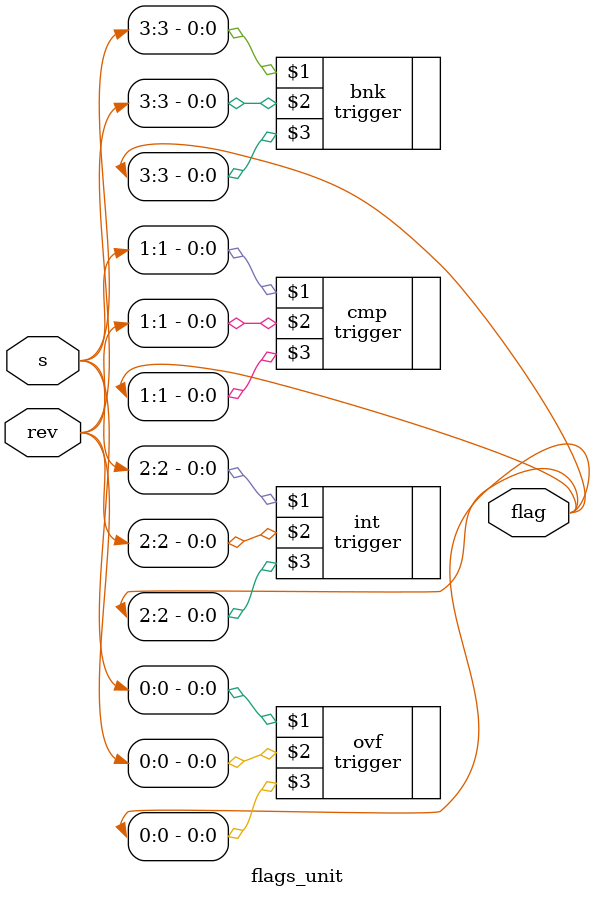
<source format=v>
module flags_unit(
	input wire [3:0] s,
	input wire [3:0] rev,
	output wire [3:0] flag
);
	trigger ovf(s[0], rev[0], flag[0]);
	trigger cmp(s[1], rev[1], flag[1]);
	trigger int(s[2], rev[2], flag[2]);
	trigger bnk(s[3], rev[3], flag[3]);
endmodule

</source>
